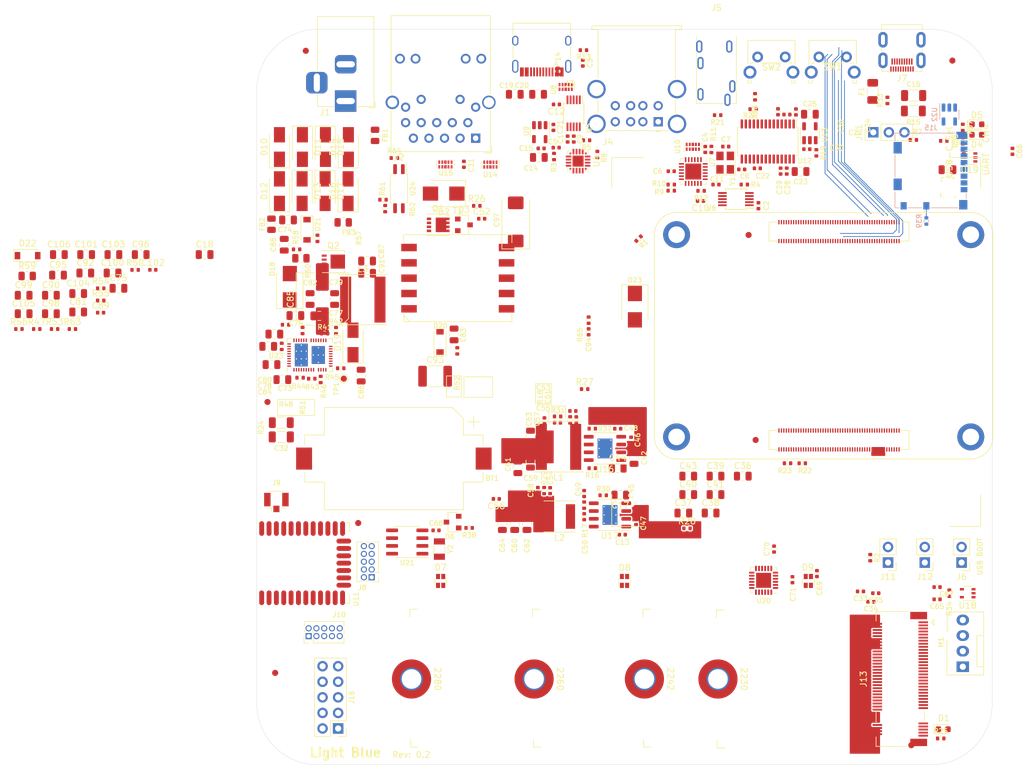
<source format=kicad_pcb>
(kicad_pcb (version 20210228) (generator pcbnew)
  (title_block (title "Light Blue PCB") (date "2021-04-22") (rev "0.2") (company "Nabu Casa") (comment 1 "www.nabucasa.com") (comment 2 "Light Blue"))
  (layers (0 "F.Cu" signal) (1 "In1.Cu" signal) (2 "In2.Cu" signal) (31 "B.Cu" signal) (34 "B.Paste" user) (35 "F.Paste" user) (36 "B.SilkS" user "B.Silkscreen") (37 "F.SilkS" user "F.Silkscreen") (38 "B.Mask" user) (39 "F.Mask" user) (44 "Edge.Cuts" user))
  (net 0 "")
  (net 1 "Net-(BT1-Pad1)")
  (net 2 "GND")
  (net 3 "+3V3")
  (net 4 "Net-(C7-Pad1)")
  (net 5 "Net-(C8-Pad1)")
  (net 6 "+5V")
  (net 7 "Earth")
  (net 8 "/USB/VBUS_{OUT}")
  (net 9 "GNDA")
  (net 10 "+3.3VA")
  (net 11 "Net-(C13-Pad1)")
  (net 12 "Net-(C26-Pad1)")
  (net 13 "Net-(C27-Pad1)")
  (net 14 "Net-(C27-Pad2)")
  (net 15 "Net-(C29-Pad2)")
  (net 16 "/Ethernet/ETH_SHLD")
  (net 17 "+3.3VP")
  (net 18 "+12V")
  (net 19 "Net-(C31-Pad2)")
  (net 20 "Net-(C50-Pad1)")
  (net 21 "Net-(C51-Pad1)")
  (net 22 "Net-(C52-Pad2)")
  (net 23 "Net-(C53-Pad1)")
  (net 24 "Net-(C48-Pad1)")
  (net 25 "Net-(C49-Pad1)")
  (net 26 "Net-(C53-Pad2)")
  (net 27 "+1V8")
  (net 28 "/SDCard/SD_+3V3")
  (net 29 "GND1")
  (net 30 "/PoE/VB")
  (net 31 "Net-(J2-Pad16)")
  (net 32 "Net-(J2-Pad18)")
  (net 33 "+48V")
  (net 34 "Net-(C54-Pad1)")
  (net 35 "Net-(C74-Pad1)")
  (net 36 "VSS")
  (net 37 "Net-(C54-Pad2)")
  (net 38 "Net-(C78-Pad1)")
  (net 39 "/PoE/VCC")
  (net 40 "Net-(J3-PadA5)")
  (net 41 "/PoE/CS")
  (net 42 "Net-(C55-Pad2)")
  (net 43 "/PoE/N1B")
  (net 44 "Net-(C56-Pad2)")
  (net 45 "Net-(C68-Pad1)")
  (net 46 "Net-(C74-Pad2)")
  (net 47 "Net-(C75-Pad2)")
  (net 48 "/PoE/CP")
  (net 49 "Net-(C89-Pad1)")
  (net 50 "Net-(C77-Pad2)")
  (net 51 "/PoE/FB")
  (net 52 "Net-(C83-Pad1)")
  (net 53 "Net-(D1-Pad1)")
  (net 54 "/PoE/DC_IN_F")
  (net 55 "/PoE/N1A")
  (net 56 "Net-(D4-Pad1)")
  (net 57 "Net-(D5-Pad1)")
  (net 58 "/PoE/V_{REG}")
  (net 59 "Net-(D6-Pad1)")
  (net 60 "Net-(D8-Pad1)")
  (net 61 "/Ethernet/VC1")
  (net 62 "/Ethernet/VC2")
  (net 63 "/Ethernet/VC3")
  (net 64 "/Ethernet/VC4")
  (net 65 "Net-(C92-Pad1)")
  (net 66 "Net-(C94-Pad1)")
  (net 67 "Net-(D21-Pad2)")
  (net 68 "Net-(D21-Pad1)")
  (net 69 "Net-(C94-Pad2)")
  (net 70 "Net-(D1-Pad2)")
  (net 71 "Net-(D7-Pad1)")
  (net 72 "Net-(D7-Pad2)")
  (net 73 "Net-(F1-Pad2)")
  (net 74 "Net-(FB1-Pad1)")
  (net 75 "/CM4/GPIO15")
  (net 76 "/CM4/GPIO14")
  (net 77 "/CM4/GPIO4")
  (net 78 "/CM4/GPIO3")
  (net 79 "/CM4/GPIO2")
  (net 80 "/CM4/HDMI.HPD")
  (net 81 "/CM4/HDMI.SDA")
  (net 82 "/CM4/HDMI.SCL")
  (net 83 "Net-(D7-Pad3)")
  (net 84 "/CM4/HDMI.CEC")
  (net 85 "/CM4/HDMI.CLK-")
  (net 86 "/CM4/HDMI.CLK+")
  (net 87 "/CM4/HDMI.D0-")
  (net 88 "/CM4/HDMI.D0+")
  (net 89 "/CM4/HDMI.D1-")
  (net 90 "/CM4/HDMI.D1+")
  (net 91 "/CM4/HDMI.D2-")
  (net 92 "/CM4/HDMI.D2+")
  (net 93 "/USB/VBUS_{IN}")
  (net 94 "Net-(D8-Pad2)")
  (net 95 "Net-(D8-Pad3)")
  (net 96 "/USB/USB-C.D-")
  (net 97 "/USB/USB-C.D+")
  (net 98 "Net-(D9-Pad1)")
  (net 99 "Net-(D9-Pad2)")
  (net 100 "/USB/USB0.D-")
  (net 101 "/USB/USB0.D+")
  (net 102 "/USB/USB1.D-")
  (net 103 "/USB/USB1.D+")
  (net 104 "/802.15.4 Radio/PTI_DATA")
  (net 105 "/802.15.4 Radio/PTI_FRAME")
  (net 106 "/802.15.4 Radio/Radio.SWCLK")
  (net 107 "/802.15.4 Radio/Radio.SWDIO")
  (net 108 "/802.15.4 Radio/Radio.SWO")
  (net 109 "Net-(D9-Pad3)")
  (net 110 "/802.15.4 Radio/Radio.~RESET")
  (net 111 "/802.15.4 Radio/RF_SIGNAL")
  (net 118 "/802.15.4 Radio/PC00")
  (net 119 "/802.15.4 Radio/PA04")
  (net 120 "/802.15.4 Radio/PA00")
  (net 124 "Net-(J3-PadB5)")
  (net 125 "/CM4/ETH.TD4-")
  (net 126 "/CM4/ETH.TD4+")
  (net 127 "/CM4/ETH.TD3-")
  (net 128 "/CM4/ETH.TD3+")
  (net 129 "/CM4/ETH.TD2-")
  (net 130 "/CM4/ETH.TD2+")
  (net 131 "/CM4/ETH.TD1-")
  (net 132 "/CM4/ETH.TD1+")
  (net 134 "Net-(J5-PadR1)")
  (net 137 "Net-(J5-PadT)")
  (net 138 "/CM4/PCIe.CLK+")
  (net 140 "/CM4/PCIe.CLK-")
  (net 141 "/CM4/PCIe.~CLKREQ")
  (net 142 "/CM4/PCIe.~RST")
  (net 143 "/CM4/PCIe.TX+")
  (net 145 "/CM4/PCIe.TX-")
  (net 146 "Net-(JP1-Pad1)")
  (net 147 "/CM4/PCIe.RX+")
  (net 148 "/CM4/PCIe.RX-")
  (net 175 "/CM4/SD.D0")
  (net 176 "/CM4/SD.CLK")
  (net 177 "/CM4/SD.CMD")
  (net 178 "/CM4/SD.D3")
  (net 179 "/CM4/SD.D1")
  (net 180 "/CM4/SD.D2")
  (net 181 "Net-(M1-Pad4)")
  (net 183 "Net-(Q2-Pad1)")
  (net 184 "Net-(R1-Pad2)")
  (net 186 "/USB/MUX2_SEL")
  (net 187 "/CM4/CM4_DBG.RX")
  (net 189 "Net-(R9-Pad2)")
  (net 190 "Net-(R10-Pad2)")
  (net 191 "Net-(R11-Pad2)")
  (net 194 "/CM4/ETH.LED_GREEN")
  (net 195 "/CM4/ETH.LED_YELLOW")
  (net 196 "/CM4/~LED_ACT")
  (net 198 "/CM4/~SW_USER")
  (net 199 "/CM4/SD.DET")
  (net 203 "Net-(R41-Pad2)")
  (net 204 "Net-(R42-Pad2)")
  (net 205 "/PoE/LINEUV")
  (net 207 "Net-(J15-Pad9)")
  (net 208 "Net-(R3-Pad2)")
  (net 209 "/PoE/COMP")
  (net 210 "Net-(R12-Pad2)")
  (net 211 "/CM4/RUN_PG")
  (net 212 "/CM4/~RPI_BOOT")
  (net 213 "/CM4/GLOBAL_EN")
  (net 214 "Net-(TP1-Pad1)")
  (net 261 "/CM4/CM4_USB_D+")
  (net 263 "/CM4/CM4_USB_D-")
  (net 264 "/CM4/CM4_USB_OTG_ID")
  (net 265 "/CM4/~EXTRST")
  (net 268 "/CM4/~LED_PWR")
  (net 273 "/CM4/~FAN_PWM")
  (net 274 "/PoE/APD")
  (net 275 "/CM4/SD.PWR")
  (net 282 "/Audio/I2S.CLK")
  (net 283 "/SCL")
  (net 284 "/SDA")
  (net 285 "/802.15.4 Radio/Radio.CTS")
  (net 286 "/802.15.4 Radio/Radio.RXD")
  (net 287 "/802.15.4 Radio/Radio.TXD")
  (net 288 "/802.15.4 Radio/Radio.RTS")
  (net 292 "/CM4/CM4_DBG.TX")
  (net 295 "/Audio/I2S.FS")
  (net 296 "/Audio/I2S.DIN")
  (net 300 "Net-(R20-Pad1)")
  (net 301 "Net-(R21-Pad1)")
  (net 302 "Net-(R27-Pad1)")
  (net 303 "Net-(R28-Pad1)")
  (net 304 "Net-(R35-Pad2)")
  (net 305 "Net-(R43-Pad2)")
  (net 306 "Net-(R45-Pad2)")
  (net 307 "/USB/CP.D-")
  (net 308 "/USB/CP.D+")
  (net 309 "Net-(R46-Pad2)")
  (net 310 "/USB/OTG.D+")
  (net 311 "/USB/OTG.D-")
  (net 312 "Net-(R64-Pad1)")
  (net 313 "/USB/HUB.D+")
  (net 314 "/USB/HUB.D-")
  (net 315 "Net-(R50-Pad1)")
  (net 316 "/PoE/DTHR")
  (net 317 "Net-(R51-Pad1)")
  (net 318 "Net-(R59-Pad2)")
  (net 319 "/USB/~USB_OC")
  (net 320 "Net-(R61-Pad1)")
  (net 321 "/USB/USB_PWR_EN")
  (net 323 "/802.15.4 Radio/~LED_RADIO")
  (net 346 "Net-(U21-Pad1)")
  (net 347 "Net-(U21-Pad2)")
  (net 366 "/802.15.4 Radio/PB00")
  (net 367 "/CM4/RESET_CM4")
  (net 368 "Net-(JP1-Pad3)")
  (net 369 "/802.15.4 Radio/Radio.~BOOT")
  (net 370 "/CM4/~SW_WIPE")
  (footprint "Fiducial:Fiducial_1mm_Mask2mm" (layer "F.Cu") (at 110.25 63.55)
    (fp_text reference "FID7" hide)
    (fp_text value "Fiducial")
  )
  (footprint "Capacitor_SMD:C_0402_1005Metric" (layer "F.Cu") (at 141 121)
    (fp_text reference "C67")
    (fp_text value "100n/25v")
  )
  (footprint "Capacitor_SMD:C_0402_1005Metric" (layer "F.Cu") (at 77.865 105.27 -90)
    (fp_text reference "C54")
    (fp_text value "100n")
  )
  (footprint "Resistor_SMD:R_0402_1005Metric" (layer "F.Cu") (at 81.135 93.72 90)
    (fp_text reference "R18")
    (fp_text value "10k")
  )
  (footprint "Capacitor_SMD:C_0402_1005Metric" (layer "F.Cu") (at 153.3 49.9 -90)
    (fp_text reference "C66")
    (fp_text value "100n")
  )
  (footprint "Capacitor_SMD:C_0402_1005Metric" (layer "F.Cu") (at 78.4 46 -90)
    (fp_text reference "C21")
    (fp_text value "100n")
  )
  (footprint "LightBlue:SiliconLabs_MGM210P" (layer "F.Cu") (at 37.5 117.1 90)
    (fp_text reference "U11")
    (fp_text value "SiliconLabs-MGM210P")
  )
  (footprint "Capacitor_SMD:C_0402_1005Metric" (layer "F.Cu") (at 78.85 49.3 180)
    (fp_text reference "C5")
    (fp_text value "1u")
  )
  (footprint "Diode_SMD:D_SMA" (layer "F.Cu") (at 44.95 49.2 90)
    (fp_text reference "D14")
    (fp_text value "B1100-13-F")
  )
  (footprint "Capacitor_SMD:C_0402_1005Metric" (layer "F.Cu") (at 76.935 93.88 90)
    (fp_text reference "C57")
    (fp_text value "100n")
  )
  (footprint "Resistor_SMD:R_0402_1005Metric" (layer "F.Cu") (at 50.6 57.8 180)
    (fp_text reference "R61")
    (fp_text value "22k")
  )
  (footprint "Capacitor_SMD:C_0805_2012Metric" (layer "F.Cu") (at 35.1 61.1)
    (fp_text reference "C74")
    (fp_text value "1n/100V")
  )
  (footprint "Capacitor_SMD:C_0402_1005Metric" (layer "F.Cu") (at 103.175 49.6 90)
    (fp_text reference "C4")
    (fp_text value "100n")
  )
  (footprint "Diode_SMD:D_SMA" (layer "F.Cu") (at 44.9 56.4 90)
    (fp_text reference "D16")
    (fp_text value "B1100-13-F")
  )
  (footprint "Capacitor_SMD:C_0805_2012Metric" (layer "F.Cu") (at 7.43 72.25)
    (fp_text reference "C75")
    (fp_text value "1n/100V")
  )
  (footprint "Capacitor_SMD:C_0805_2012Metric" (layer "F.Cu") (at -3.59 76.4)
    (fp_text reference "C98")
    (fp_text value "22u/25V")
  )
  (footprint "Resistor_SMD:R_0402_1005Metric" (layer "F.Cu") (at 41.07 79.6275 180)
    (fp_text reference "R41")
    (fp_text value "25k5/1%")
  )
  (footprint "Package_SO:MSOP-10_3x3mm_P0.5mm" (layer "F.Cu") (at 81.7 43.7 -90)
    (fp_text reference "U5")
    (fp_text value "FSUSB42MUX")
  )
  (footprint "Package_DFN_QFN:SiliconLabs_QFN-20-1EP_3x3mm_P0.5mm_EP1.8x1.8mm" (layer "F.Cu") (at 82.425 51.5 -90)
    (fp_text reference "U4")
    (fp_text value "CP2102N-Axx-xQFN20")
  )
  (footprint "Capacitor_SMD:C_0805_2012Metric" (layer "F.Cu") (at 91.555 99.94 -90)
    (fp_text reference "C42")
    (fp_text value "22u/25V")
  )
  (footprint "Resistor_SMD:R_0402_1005Metric" (layer "F.Cu") (at 38.97 87 180)
    (fp_text reference "R43")
    (fp_text value "60k4/1%")
  )
  (footprint "Resistor_SMD:R_0402_1005Metric" (layer "F.Cu") (at 50.95 59.25 -90)
    (fp_text reference "R62")
    (fp_text value "22k")
  )
  (footprint "Resistor_SMD:R_0805_2012Metric" (layer "F.Cu") (at 49.3 47.3 -90)
    (fp_text reference "FB1")
    (fp_text value "300R/3A")
  )
  (footprint "LightBlue:PG-TSDSON-8" (layer "F.Cu") (at 42.5 67.9)
    (fp_text reference "Q2")
    (fp_text value "BSZ440N10NS3GATMA1")
  )
  (footprint "Resistor_SMD:R_1206_3216Metric" (layer "F.Cu") (at 34 94.175)
    (fp_text reference "R24")
    (fp_text value "0R")
  )
  (footprint "Resistor_SMD:R_0402_1005Metric" (layer "F.Cu") (at 10.15 69.25)
    (fp_text reference "R50")
    (fp_text value "0R")
  )
  (footprint "Capacitor_SMD:C_0402_1005Metric" (layer "F.Cu") (at 76.4 49.425)
    (fp_text reference "C15")
    (fp_text value "100n")
  )
  (footprint "Capacitor_SMD:C_0805_2012Metric" (layer "F.Cu") (at -2.29 66.75)
    (fp_text reference "C106")
    (fp_text value "22u/25V")
  )
  (footprint "Resistor_SMD:R_0805_2012Metric" (layer "F.Cu") (at -7.46 70.24)
    (fp_text reference "R59")
    (fp_text value "3R9/1%")
  )
  (footprint "Capacitor_SMD:C_0805_2012Metric" (layer "F.Cu") (at -8.04 76.4)
    (fp_text reference "C105")
    (fp_text value "22u/25V")
  )
  (footprint "Capacitor_SMD:C_0805_2012Metric" (layer "F.Cu") (at 72.1 40.6 180)
    (fp_text reference "C19")
    (fp_text value "10u")
  )
  (footprint "Capacitor_SMD:C_1206_3216Metric" (layer "F.Cu") (at 137.175 40.8)
    (fp_text reference "C16")
    (fp_text value "100n/1kV")
  )
  (footprint "Capacitor_SMD:C_0402_1005Metric" (layer "F.Cu") (at 116.475 53.125 90)
    (fp_text reference "C29")
    (fp_text value "100n")
  )
  (footprint "Capacitor_SMD:C_0805_2012Metric" (layer "F.Cu") (at 6.47 69.76)
    (fp_text reference "C100")
    (fp_text value "22u/25V")
  )
  (footprint "Capacitor_SMD:C_0805_2012Metric" (layer "F.Cu") (at 48 67.8 180)
    (fp_text reference "C87")
    (fp_text value "2u2/100V")
  )
  (footprint "Resistor_SMD:R_0402_1005Metric" (layer "F.Cu") (at 143 122 90)
    (fp_text reference "R34")
    (fp_text value "10k")
  )
  (footprint "Package_SO:HTSOP-8-1EP_3.9x4.9mm_P1.27mm_EP2.4x3.2mm_ThermalVias" (layer "F.Cu") (at 86.815 98.38 180)
    (fp_text reference "U16")
    (fp_text value "BD9D321EFJ")
  )
  (footprint "Capacitor_SMD:C_0805_2012Metric" (layer "F.Cu") (at 104.05 108.92)
    (fp_text reference "C38")
    (fp_text value "22u/25V")
  )
  (footprint "LED_SMD:LED_LiteOn_LTST-C19HE1WT" (layer "F.Cu") (at 120 120)
    (fp_text reference "D9")
    (fp_text value "LTST-C19HE1WT")
  )
  (footprint "Capacitor_SMD:C_0805_2012Metric" (layer "F.Cu") (at 104.85 105.91)
    (fp_text reference "C41")
    (fp_text value "22u/25V")
  )
  (footprint "Connector:FanPinHeader_1x04_P2.54mm_Vertical" (layer "F.Cu") (at 145.2 134 90)
    (fp_text reference "M1")
    (fp_text value "Fan_4pin")
  )
  (footprint "Resistor_SMD:R_0402_1005Metric" (layer "F.Cu") (at 83.5 88.7)
    (fp_text reference "R27")
    (fp_text value "0R")
  )
  (footprint "Resistor_SMD:R_0402_1005Metric" (layer "F.Cu") (at 100.2 111.42)
    (fp_text reference "R28")
    (fp_text value "0R")
  )
  (footprint "Fiducial:Fiducial_1mm_Mask2mm" (layer "F.Cu") (at 136.8 146.8)
    (fp_text reference "FID5" hide)
    (fp_text value "Fiducial")
  )
  (footprint "Capacitor_SMD:C_0402_1005Metric" (layer "F.Cu") (at 109.125 52.85)
    (fp_text reference "C8")
    (fp_text value "18p")
  )
  (footprint "Capacitor_SMD:C_0402_1005Metric" (layer "F.Cu") (at 4.52 76.23)
    (fp_text reference "C89")
    (fp_text value "1n/25V")
  )
  (footprint "Resistor_SMD:R_0402_1005Metric" (layer "F.Cu") (at -8.81 78.9)
    (fp_text reference "R56")
    (fp_text value "3k3")
  )
  (footprint "Resistor_SMD:R_0402_1005Metric" (layer "F.Cu") (at 76.885 105.26 -90)
    (fp_text reference "R29")
    (fp_text value "124k/1%")
  )
  (footprint "Inductor_SMD:L_Taiyo-Yuden_NR-80xx" (layer "F.Cu") (at 79.235 98.12 180)
    (fp_text reference "L1")
    (fp_text value "3u3")
  )
  (footprint "Capacitor_SMD:C_0805_2012Metric" (layer "F.Cu") (at 6.61 66.75)
    (fp_text reference "C103")
    (fp_text value "22u/25V")
  )
  (footprint "Connector_USB:USB_C_Receptacle_HRO_TYPE-C-31-M-12" (layer "F.Cu") (at 76.5 32.9 180)
    (fp_text reference "J3")
    (fp_text value "USB_C_Receptacle_USB2.0")
  )
  (footprint "Resistor_SMD:R_0402_1005Metric" (layer "F.Cu") (at 36.5 65.9)
    (fp_text reference "R58")
    (fp_text value "2k2")
  )
  (footprint "Capacitor_SMD:C_0402_1005Metric" (layer "F.Cu") (at 117.4 119.8 90)
    (fp_text reference "C71")
    (fp_text value "100n")
  )
  (footprint "Capacitor_SMD:C_0805_2012Metric" (layer "F.Cu") (at 75.9 40.6)
    (fp_text reference "C20")
    (fp_text value "10u")
  )
  (footprint "LED_SMD:LED_0603_1608Metric" (layer "F.Cu") (at 142 144.2)
    (fp_text reference "D1")
    (fp_text value "LED_Small")
  )
  (footprint "Package_TO_SOT_SMD:SOT-23-5" (layer "F.Cu") (at 120.25 46.95 90)
    (fp_text reference "U13")
    (fp_text value "TLV74033PDBVR")
  )
  (footprint "Capacitor_SMD:C_1206_3216Metric" (layer "F.Cu") (at 34 96.5 180)
    (fp_text reference "C32")
    (fp_text value "100n/1kV")
  )
  (footprint "Capacitor_SMD:C_0805_2012Metric" (layer "F.Cu") (at 32.87 79.7275 180)
    (fp_text reference "C80")
    (fp_text value "100n/100V")
  )
  (footprint "Capacitor_SMD:C_1812_4532Metric" (layer "F.Cu") (at 59.1 86.6)
    (fp_text reference "C93")
    (fp_text value "2n2/2kV")
  )
  (footprint "Capacitor_SMD:C_0402_1005Metric" (layer "F.Cu") (at 128.51 121.71 180)
    (fp_text reference "C33")
    (fp_text value "100n")
  )
  (footprint "Capacitor_SMD:C_0402_1005Metric" (layer "F.Cu") (at 89.645 112.45)
    (fp_text reference "C13")
    (fp_text value "1u")
  )
  (footprint "Capacitor_SMD:C_0805_2012Metric" (layer "F.Cu") (at 34.18125 87.15 180)
    (fp_text reference "C73")
    (fp_text value "2n2/100V")
  )
  (footprint "Capacitor_SMD:C_0402_1005Metric" (layer "F.Cu") (at 91.075 97.03 90)
    (fp_text reference "C46")
    (fp_text value "100n/25V")
  )
  (footprint "Resistor_SMD:R_0402_1005Metric" (layer "F.Cu") (at 97.625 56.325)
    (fp_text reference "R9")
    (fp_text value "10k")
  )
  (footprint "Capacitor_SMD:C_Elec_8x10.2" (layer "F.Cu") (at 40.7 74 90)
    (fp_text reference "C85")
    (fp_text value "47u/63V")
  )
  (footprint "Capacitor_SMD:C_0402_1005Metric" (layer "F.Cu") (at 111.85 58.775 90)
    (fp_text reference "C2")
    (fp_text value "100n")
  )
  (footprint "Capacitor_SMD:C_0402_1005Metric" (layer "F.Cu") (at 106.525 49.125)
    (fp_text reference "C7")
    (fp_text value "18p")
  )
  (footprint "Resistor_SMD:R_0402_1005Metric" (layer "F.Cu") (at 86.525 106.03 180)
    (fp_text reference "R30")
    (fp_text value "22k/1%")
  )
  (footprint "Capacitor_SMD:C_0805_2012Metric" (layer "F.Cu") (at 2.16 66.75)
    (fp_text reference "C101")
    (fp_text value "22u/25V")
  )
  (footprint "Diode_SMD:D_SOD-123" (layer "F.Cu") (at -7.39 66.92)
    (fp_text reference "D22")
    (fp_text value "BAT41ZFILM")
  )
  (footprint "Capacitor_SMD:C_0402_1005Metric" (layer "F.Cu") (at 83.2 35.5 -90)
    (fp_text reference "C3")
    (fp_text value "100n")
  )
  (footprint "Capacitor_SMD:C_0805_2012Metric" (layer "F.Cu") (at 42.7 74 90)
    (fp_text reference "C79")
    (fp_text value "100n/100V")
  )
  (footprint "Crystal:Crystal_SMD_3225-4Pin_3.2x2.5mm" (layer "F.Cu") (at 106.425 51.75 90)
    (fp_text reference "Y1")
    (fp_text value "24MHz")
  )
  (footprint "Capacitor_SMD:C_0805_2012Metric" (layer "F.Cu") (at 0.86 73.11)
    (fp_text reference "C104")
    (fp_text value "22u/25V")
  )
  (footprint "Resistor_SMD:R_0402_1005Metric" (layer "F.Cu") (at 34.07 81.73 -90)
    (fp_text reference "R49" hide)
    (fp_text value "10k")
  )
  (footprint "Capacitor_SMD:C_0805_2012Metric" (layer "F.Cu") (at 62.19 79.78 -90)
    (fp_text reference "C83")
    (fp_text value "15n/100V")
  )
  (footprint "TestPoint:TestPoint_Pad_D1.0mm" (layer "F.Cu") (at 44.2 87 90)
    (fp_text reference "TP1")
    (fp_text value "TestPoint")
  )
  (footprint "Capacitor_SMD:C_0805_2012Metric" (layer "F.Cu") (at 100.4 102.9)
    (fp_text reference "C43")
    (fp_text value "22u/25V")
  )
  (footprint "Package_DFN_QFN:WQFN-24-1EP_4x4mm_P0.5mm_EP2.45x2.45mm" (layer "F.Cu") (at 112.7 119.9 180)
    (fp_text reference "U20")
    (fp_text value "LP5569RTWR")
  )
  (footprint "Resistor_SMD:R_0402_1005Metric" (layer "F.Cu") (at 42.93 79.16 -90)
    (fp_text reference "R42")
    (fp_text value "31R6/1%")
  )
  (footprint "Package_SON:USON-10_2.5x1.0mm_P0.5mm" (layer "F.Cu") (at 60.78 52.05 -90)
    (fp_text reference "U15")
    (fp_text value "TPD4EUSB30")
  )
  (footprint "LED_SMD:LED_0603_1608Metric" (layer "F.Cu") (at 147.5 45.5)
    (fp_text reference "D5")
    (fp_text value "LED Green")
  )
  (footprint "Capacitor_SMD:C_0402_1005Metric" (layer "F.Cu") (at 66.7 60.9)
    (fp_text reference "C52")
    (fp_text value "100n")
  )
  (footprint "Capacitor_SMD:C_0805_2012Metric" (layer "F.Cu") (at -2.43 70.1)
    (fp_text reference "C95")
    (fp_text value "22u/25V")
  )
  (footprint "Capacitor_SMD:C_0805_2012Metric" (layer "F.Cu") (at 89.315 105.99 180)
    (fp_text reference "C17")
    (fp_text value "47u")
  )
  (footprint "Capacitor_SMD:C_0402_1005Metric" (layer "F.Cu") (at 63.8 52.02 90)
    (fp_text reference "C31")
    (fp_text value "100n")
  )
  (footprint "Capacitor_SMD:C_0402_1005Metric" (layer "F.Cu") (at 79.065 94.19 180)
    (fp_text reference "C55")
    (fp_text value "10p")
  )
  (footprint "Fiducial:Fiducial_1mm_Mask2mm" (layer "F.Cu") (at 38 33.5 90)
    (fp_text reference "FID1" hide)
    (fp_text value "Fiducial")
  )
  (footprint "Resistor_SMD:R_0402_1005Metric" (layer "F.Cu") (at 34.7 78.2 180)
    (fp_text reference "R48")
    (fp_text value "110k")
  )
  (footprint "Capacitor_SMD:C_0402_1005Metric" (layer "F.Cu") (at 82.135 93.71 90)
    (fp_text reference "C51")
    (fp_text value "3n3")
  )
  (footprint "Capacitor_SMD:C_0402_1005Metric" (layer "F.Cu") (at 91.885 110.33 -90)
    (fp_text reference "C47")
    (fp_text value "100n/25V")
  )
  (footprint "Fiducial:Fiducial_1mm_Mask2mm" (layer "F.Cu") (at 33 135)
    (fp_text reference "FID8" hide)
    (fp_text value "Fiducial")
  )
  (footprint "LightBlue:RJ45_LINK-PP_LPJG0926HENL_Horizontal" (layer "F.Cu") (at 65.715 47.76 180)
    (fp_text reference "J2")
    (fp_text value "RJ45_LINK-PP_LPJG0926HENL_Horizontal")
  )
  (footprint "Connector_PinHeader_2.54mm:PinHeader_1x03_P2.54mm_Vertical" (layer "F.Cu") (at 130.6 46.8 90)
    (fp_text reference "JP1")
    (fp_text value "JP_USB_DEVICE_SEL")
  )
  (footprint "Capacitor_SMD:C_0402_1005Metric" (layer "F.Cu") (at 81.575 92.27)
    (fp_text reference "C53")
    (fp_text value "100n")
  )
  (footprint "Resistor_SMD:R_0402_1005Metric" (layer "F.Cu") (at 83.8 48.1 180)
    (fp_text reference "R5")
    (fp_text value "3k6")
  )
  (footprint "Resistor_SMD:R_0402_1005Metric" (layer "F.Cu") (at 84.745 95.15 180)
    (fp_text reference "R32")
    (fp_text value "22k/1%")
  )
  (footprint "Capacitor_SMD:C_0805_2012Metric" (layer "F.Cu") (at 21.49 66.75)
    (fp_text reference "C18")
    (fp_text value "47u")
  )
  (footprint "LED_SMD:LED_LiteOn_LTST-C19HE1WT" (layer "F.Cu") (at 60 120)
    (fp_text reference "D7")
    (fp_text value "LTST-C19HE1WT")
  )
  (footprint "Capacitor_SMD:C_0805_2012Metric" (layer "F.Cu") (at 74.665 100.54 -90)
    (fp_text reference "C59")
    (fp_text value "10u")
  )
  (footprint "Package_SON:Diodes_PowerDI3333-8" (layer "F.Cu") (at 59.6 61.9)
    (fp_text reference "Q1")
    (fp_text value "DMP3013SFV-7")
  )
  (footprint "Capacitor_SMD:C_0402_1005Metric" (layer "F.Cu") (at 104.925 55.325)
    (fp_text reference "C11")
    (fp_text value "100n")
  )
  (footprint "Capacitor_SMD:C_0402_1005Metric" (layer "F.Cu") (at 88.895 95.16 180)
    (fp_text reference "C48")
    (fp_text value "1u/25V")
  )
  (footprint "Connector_PinHeader_2.54mm:PinHeader_2x05_P2.54mm_Vertical" (layer "F.Cu") (at 43.275 144.075 180)
    (fp_text reference "J16")
    (fp_text value "Conn_02x05_Odd_Even")
  )
  (footprint "Capacitor_SMD:C_0805_2012Metric" (layer "F.Cu") (at 0.86 76.12)
    (fp_text reference "C81")
    (fp_text value "220p/100V")
  )
  (footprint "Resistor_SMD:R_0402_1005Metric" (layer "F.Cu") (at 79.125 36.85 90)
    (fp_text reference "R14")
    (fp_text value "5k1")
  )
  (footprint "Capacitor_SMD:C_0805_2012Metric" (layer "F.Cu") (at 118.725 53.2 180)
    (fp_text reference "C23")
    (fp_text value "10u")
  )
  (footprint "Capacitor_SMD:C_0402_1005Metric" (layer "F.Cu") (at 83.415 105.74 90)
    (fp_text reference "C49")
    (fp_text value "1u/25V")
  )
  (footprint "Diode_SMD:D_SOT-23_ANK" (layer "F.Cu") (at 63.8 61.9)
    (fp_text reference "D3")
    (fp_text value "MMBZ5242BLT3G")
  )
  (footprint "Capacitor_SMD:C_0402_1005Metric" (layer "F.Cu") (at 131 122 180)
    (fp_text reference "C35")
    (fp_text value "100n")
  )
  (footprint "Capacitor_SMD:C_0805_2012Metric" (layer "F.Cu") (at 40.2 76.75)
    (fp_text reference "C77")
    (fp_text value "47n/100V")
  )
  (footprint "Capacitor_SMD:C_0402_1005Metric" (layer "F.Cu") (at 59.25 111.75)
    (fp_text reference "C68")
    (fp_text value "100n")
  )
  (footprint "Package_SON:USON-10_2.5x1.0mm_P0.5mm" (layer "F.Cu") (at 101.15 49.165 90)
    (fp_text reference "U10")
    (fp_text value "TPD4EUSB30")
  )
  (footprint "Crystal:Crystal_SMD_3215-2Pin_3.2x1.5mm" (layer "F.Cu") (at 59.8 114.8 -90)
    (fp_text reference "Y2")
    (fp_text value "X32K768S301")
  )
  (footprint "Resistor_SMD:R_0805_2012Metric" (layer "F.Cu") (at 32.4 61.8 -90)
    (fp_text reference "FB2")
    (fp_text value "300R/2A")
  )
  (footprint "MountingHole:MountingHole_2.7mm_M2.5" (layer "F.Cu") (at 33 140)
    (fp_text reference "H4" hide)
    (fp_text value "MountingHole")
  )
  (footprint "Capacitor_SMD:C_0402_1005Metric" (layer "F.Cu") (at 102.4 58 180)
    (fp_text reference "C10")
    (fp_text value "4u7")
  )
  (footprint "Package_TO_SOT_SMD:SOT-353_SC-70-5" (layer "F.Cu") (at 146.3 50.9 180)
    (fp_text reference "U19")
    (fp_text value "74LVC1G07")
  )
  (footprint "Button_Switch_THT:SW_Tactile_SPST_Angled_PTS645Vx58-2LFS" (layer "F.Cu") (at 111.725 34.5)
    (fp_text reference "SW2")
    (fp_text value "SW_WIPE")
  )
  (footprint "Capacitor_SMD:C_0805_2012Metric" (layer "F.Cu") (at 72.085 110.73 -90)
    (fp_text reference "C60")
    (fp_text value "10u")
  )
  (footprint "Resistor_SMD:R_0402_1005Metric" (layer "F.Cu") (at 142.1 48.2 180)
    (fp_text reference "R6")
    (fp_text value "2k2/1%")
  )
  (footprint "Resistor_SMD:R_0402_1005Metric" (layer "F.Cu") (at 141.6 145.7)
    (fp_text reference "R25")
    (fp_text value "1k")
  )
  (footprint "Package_SO:HTSOP-8-1EP_3.9x4.9mm_P1.27mm_EP2.4x3.2mm_ThermalVias" (layer "F.Cu") (at 87.635 109.23 180)
    (fp_text reference "U17")
    (fp_text value "BD9D321EFJ")
  )
  (footprint "Inductor_SMD:L_Taiyo-Yuden_NR-50xx" (layer "F.Cu") (at 79.385 109.49 180)
    (fp_text reference "L2")
    (fp_text value "2u2")
  )
  (footprint "LightBlue:TE_1-2199230-3_Bus_M.2_M_H4.2mm_P0.5mm_2280_Horizontal" (layer "F.Cu") (at 135 136 -90)
    (fp_text reference "J13")
    (fp_text value "Bus_M.2_Socket_M")
  )
  (footprint "Resistor_SMD:R_0402_1005Metric" (layer "F.Cu") (at 83.415 107.63 -90)
    (fp_text reference "R17")
    (fp_text value "10k")
  )
  (footprint "Capacitor_SMD:C_0805_2012Metric" (layer "F.Cu") (at 36.3 76.7)
    (fp_text reference "C76")
    (fp_text value "1n/100V")
  )
  (footprint "Capacitor_SMD:C_0402_1005Metric" (layer "F.Cu") (at 80.725 47.9 90)
    (fp_text reference "C1")
    (fp_text value "100n")
  )
  (footprint "Resistor_SMD:R_0402_1005Metric" (layer "F.Cu") (at 116.6 100.8 180)
    (fp_text reference "R23")
    (fp_text value "470R")
  )
  (footprint "Capacitor_SMD:C_0805_2012Metric" (layer "F.Cu") (at 31.87 81.7275 180)
    (fp_text reference "C78")
    (fp_text value "100n/100V")
  )
  (footprint "Capacitor_SMD:C_0402_1005Metric" (layer "F.Cu") (at 116.5 43.9 180)
    (fp_text reference "C27")
    (fp_text value "2u2/25V")
  )
  (footprint "Capacitor_SMD:C_0805_2012Metric" (layer "F.Cu") (at 120.25 43.85)
    (fp_text reference "C25")
    (fp_text value "10u")
  )
  (footprint "Resistor_SMD:R_1206_3216Metric" (layer "F.Cu") (at 137.135 43.32 180)
    (fp_text reference "R15")
    (fp_text value "0R")
  )
  (footprint "Diode_SMD:D_SMA" (layer "F.Cu") (at 45.7 81.09 90)
    (fp_text reference "D19")
    (fp_text value "B1100-13-F")
  )
  (footprint "Capacitor_SMD:C_0805_2012Metric" (layer "F.Cu") (at 48 69.8 180)
    (fp_text reference "C91")
    (fp_text value "2u2/100V")
  )
  (footprint "Capacitor_SMD:C_0402_1005Metric" (layer "F.Cu") (at 130.2 123.4 180)
    (fp_text reference "C34")
    (fp_text value "100n")
  )
  (footprint "Connector_PinHeader_2.54mm:PinHeader_1x02_P2.54mm_Vertical" (layer "F.Cu") (at 145 117 180)
    (fp_text reference "J6")
    (fp_text value "Conn_01x02")
  )
  (footprint "Resistor_SMD:R_0402_1005Metric" (layer "F.Cu") (at 79.085 93.16 180)
    (fp_text reference "R31")
    (fp_text value "75k/1%")
  )
  (footprint "LightBlue:Texas_VQFN-47-2EP_5x7mm_P0.4mm_ThermalVias" (layer "F.Cu") (at 38.67 83.14 90)
    (fp_text reference "U23")
    (fp_text value "TPS23734")
  )
  (footprint "Resistor_SMD:R_0402_1005Metric" (layer "F.Cu") (at 84.745 101.6 180)
    (fp_text reference "R16")
    (fp_text value "1k")
  )
  (footprint "Capacitor_SMD:C_0805_2012Metric" (layer "F.Cu") (at 109.3 102.9)
    (fp_text reference "C36")
    (fp_text value "22u/25V")
  )
  (footprint "Resistor_SMD:R_0402_1005Metric" (layer "F.Cu") (at 142.8 55.8 180)
    (fp_text reference "R40")
    (fp_text value "10k")
  )
  (footprint "Capacitor_SMD:C_0805_2012Metric" (layer "F.Cu") (at 100.4 105.91)
    (fp_text reference "C40")
    (fp_text value "22u/25V")
  )
  (footprint "Capacitor_SMD:C_0805_2012Metric" (layer "F.Cu") (at 34.48 65.14 -90)
    (fp_text reference "C88")
    (fp_text value "100p/100V")
  )
  (footprint "Capacitor_SMD:C_0805_2012Metric" (layer "F.Cu") (at 74.095 110.73 -90)
    (fp_text reference "C62")
    (fp_text value "47u")
  )
  (footprint "Capacitor_SMD:C_0402_1005Metric" (layer "F.Cu") (at 81.725 47.9 90)
    (fp_text reference "C9")
    (fp_text value "4u7")
  )
  (footprint "Fiducial:Fiducial_1mm_Mask2mm" (layer "F.Cu") (at 31.75 90.8 90)
    (fp_text reference "FID4" hide)
    (fp_text value "Fiducial")
  )
  (footprint "Connector_USB:USB_A_Wuerth_61400826021_Horizontal_Stacked" (layer "F.Cu") (at 95.5 45.08 180)
    (fp_text reference "J4")
    (fp_text value "USB_A_Stacked")
  )
  (footprint "Resistor_SMD:R_0402_1005Metric" (layer "F.Cu") (at 145.2 48.2 -90)
    (fp_text reference "R35")
    (fp_text value "1k")
  )
  (footprint "Connector_PinHeader_2.54mm:PinHeader_1x02_P2.54mm_Vertical" (layer "F.Cu") (at 139 117 180)
    (fp_text reference "J12")
    (fp_text value "Conn_01x02")
  )
  (footprint "Resistor_SMD:R_0402_1005Metric" (layer "F.Cu") (at 40.43 87.13 90)
    (fp_text reference "R46")
    (fp_text value "0R")
  )
  (footprint "Fiducial:Fiducial_1mm_Mask2mm" (layer "F.Cu") (at 143.5 35.1)
    (fp_text reference "FID2" hide)
    (fp_text value "Fiducial")
  )
  (footprint "Connector_PinHeader_1.27mm:PinHeader_2x05_P1.27mm_Vertical" (layer "F.Cu") (at 38.46 129 90)
    (fp_text reference "J10")
    (fp_text value "Conn_02x04_Odd_Even")
  )
  (footprint "Capacitor_SMD:C_0402_1005Metric" (layer "F.Cu") (at 119.75 49.55)
    (fp_text reference "C30")
    (fp_text value "100n")
  )
  (footprint "Capacitor_SMD:C_0805_2012Metric" (layer "F.Cu") (at 142.7 52.9 180)
    (fp_text reference "C72")
    (fp_text value "10u")
  )
  (footprint "Capacitor_SMD:C_0402_1005Metric" (layer "F.Cu") (at 69.085 106.62 180)
    (fp_text reference "C56")
    (fp_text value "10p")
  )
  (footprint "Resistor_SMD:R_0402_1005Metric" (layer "F.Cu") (at 52.45 51)
    (fp_text reference "R64")
    (fp_text value "22k")
  )
  (footprint "Capacitor_SMD:C_0402_1005Metric" (layer "F.Cu") (at 115.475 53.125 -90)
    (fp_text reference "C28")
    (fp_text value "100n")
  )
  (footprint "Resistor_SMD:R_0402_1005Metric" (layer "F.Cu") (at 62.71 82.46 -90)
    (fp_text reference "R52")
    (fp_text value "39k")
  )
  (footprint "Resistor_SMD:R_0402_1005Metric" (layer "F.Cu") (at 104.175 49.6 -90)
    (fp_text reference "R11")
    (fp_text value "12k/1%")
  )
  (footprint "Resistor_SMD:R_0402_1005Metric" (layer "F.Cu") (at 37.47 79.14 90)
    (fp_text reference "R51")
    (fp_text value "499k")
  )
  (footprint "Capacitor_SMD:C_0805_2012Metric" (layer "F.Cu") (at 88.895 101.6)
    (fp_text reference "C44")
    (fp_text value "10u/25V")
  )
  (footprint "Fiducial:Fiducial_1mm_Mask2mm" (layer "F.Cu") (at 111.4 97)
    (fp_text reference "FID6" hide)
    (fp_text value "Fiducial")
  )
  (footprint "Resistor_SMD:R_0402_1005Metric" (layer "F.Cu") (at 43.7 85.3 180)
    (fp_text reference "R45")
    (fp_text value "49k9/1%")
  )
  (footprint "Capacitor_SMD:C_0805_2012Metric" (layer "F.Cu") (at 70.075 110.73 -90)
    (fp_text reference "C64")
    (fp_text value "47u")
  )
  (footprint "Resistor_SMD:R_0402_1005Metric" (layer "F.Cu") (at 102.5 56.35 180)
    (fp_text reference "R12")
    (fp_text value "10k")
  )
  (footprint "Package_SO:TSSOP-28_4.4x9.7mm_P0.65mm" (layer "F.Cu") (at 113.375 48.3 -90)
    (fp_text reference "U12")
    (fp_text value "PCM5121PW")
  )
  (footprint "Diode_SMD:D_SMA" (layer "F.Cu") (at 37.45 49.2 -90)
    (fp_text reference "D11")
    (fp_text value "B1100-13-F")
  )
  (footprint "Diode_SMD:D_SMA" (layer "F.Cu") (at 37.4 56.4 -90)
    (fp_text reference "D13")
    (fp_text value "B1100-13-F")
  )
  (footprint "Resistor_SMD:R_0402_1005Metric" (layer "F.Cu") (at 4.54 72.26)
    (fp_text reference "R54")
    (fp_text value "24k9/1%")
  )
  (footprint "LightBlue:Jack_3.5mm_HRO_PJ-3973-6A_Horizontal" (layer "F.Cu") (at 105 30)
    (fp_text reference "J5")
    (fp_text value "AudioJack")
  )
  (footprint "Capacitor_SMD:C_0805_2012Metric" (layer "F.Cu") (at 74.665 96.44 90)
    (fp_text reference "C63")
    (fp_text value "47u")
  )
  (footprint "Connector_PinHeader_2.54mm:PinHeader_1x02_P2.54mm_Vertical" (layer "F.Cu") (at 133 117 180)
    (fp_text reference "J11")
    (fp_text value "Conn_01x02")
  )
  (footprint "Package_SO:SOP-4_4.4x2.6mm_P1.27mm" (layer "F.Cu") (at 53.2 56 -90)
    (fp_text reference "U24")
    (fp_text value "TCMT1107")
  )
  (footprint "Capacitor_SMD:C_0805_2012Metric" (layer "F.Cu") (at 11.06 66.75)
    (fp_text reference "C96")
    (fp_text value "22u/25V")
  )
  (footprint "Package_TO_SOT_SMD:SOT-353_SC-70-5" (layer "F.Cu") (at 146 122 180)
    (fp_text reference "U18")
    (fp_text value "74LVC1G07")
  )
  (footprint "Resistor_SMD:R_0402_1005Metric" (layer "F.Cu") (at -5.9 78.9)
    (fp_text reference "R47")
    (fp_text value "51R")
  )
  (footprint "Diode_SMD:D_SMA" (layer "F.Cu") (at 33.7 49.2 90)
    (fp_text reference "D10")
    (fp_text value "B1100-13-F")
  )
  (footprint "Capacitor_SMD:C_0805_2012Metric" (layer "F.Cu") (at 76.025 50.9)
    (fp_text reference "C14")
    (fp_text value "10u")
  )
  (footprint "Resistor_SMD:R_0402_1005Metric" (layer "F.Cu") (at -0.08 78.9)
    (fp_text reference "R63")
    (fp_text value "10k")
  )
  (footprint "Resistor_SMD:R_0402_1005Metric" (layer "F.Cu") (at 130.1 116.2 -90)
    (fp_text reference "R2")
    (fp_text value "220R")
  )
  (footprint "Capacitor_SMD:C_0805_2012Metric" (layer "F.Cu") (at -8.04 73.39)
    (fp_text reference "C99")
    (fp_text value "22u/25V")
  )
  (footprint "Capacitor_SMD:C_0402_1005Metric" (layer "F.Cu") (at 114.4 114.8 90)
    (fp_text reference "C70")
    (fp_text value "100n")
  )
  (footprint "Resistor_SMD:R_0402_1005Metric" (layer "F.Cu") (at 39.9 64.1 -90)
    (fp_text reference "R57")
    (fp_text value "4R7")
  )
  (footprint "Capacitor_SMD:C_0805_2012Metric" (layer "F.Cu") (at 99.6 108.92)
    (fp_text reference "C37")
    (fp_text value "22u/25V")
  )
  (footprint "Button_Switch_THT:SW_Tactile_SPST_Angled_PTS645Vx83-2LFS" (layer "F.Cu") (at 121.725 34.5)
    (fp_text reference "SW1")
    (fp_text value "SW_USER")
  )
  (footprint "Resistor_SMD:R_0402_1005Metric" (layer "F.Cu") (at 109.55 55.325 180)
    (fp_text reference "R4")
    (fp_text value "2k2/1%")
  )
  (footprint "Connector_HDMI:HDMI_Micro-D_Molex_46765-1x01" (layer "F.Cu") (at 135.275 31.7 180)
    (fp_text reference "J7")
    (fp_text value "HDMI_A_2.0")
  )
  (footprint "LightBlue:RaspberryPi-CM4" (layer "F.Cu") (at 122.5 80 90)
    (fp_text reference "U1" hide)
    (fp_text value "RaspberryPi-CM4Lite")
  )
  (footprint "Resistor_SMD:R_0402_1005Metric" (layer "F.Cu") (at -2.99 78.9)
    (fp_text reference "R53")
    (fp_text value "49R9/%")
  )
  (footprint "Resistor_SMD:R_0402_1005Metric" (layer "F.Cu") (at 137.13 48.04 180)
    (fp_text reference "R7")
    (fp_text value "2k2/1%")
  )
  (footprint "Resistor_SMD:R_0805_2012Metric" (layer "F.Cu") (at 37.2 67.35 180)
    (fp_text reference "R60")
    (fp_text value "0R1")
  )
  (footprint "Diode_SMD:D_SMB" (layer "F.Cu") (at 35.4 72 90)
    (fp_text reference "D18")
    (fp_text value "SMBJ58A-13-F")
  )
  (footprint "Connector_BarrelJack:BarrelJack_Horizontal" (layer "F.Cu") (at 44.5 41.7 -90)
    (fp_text reference "J1")
    (fp_text value "Barrel_Jack")
  )
  (footprint "Package_SON:USON-10_2.5x1.0mm_P0.5mm" (layer "F.Cu") (at 80.4 39.4 -90)
    (fp_text reference "U8")
    (fp_text value "TPD4EUSB30")
  )
  (footprint "Capacitor_SMD:C_0805_2012Metric" (layer "F.Cu") (at 104.85 102.9)
    (fp_text reference "C39")
    (fp_text value "22u/25V")
  )
  (footprint "Package_DFN_QFN:QFN-24-1EP_4x4mm_P0.5mm_EP2.6x2.6mm" (layer "F.Cu") (at 101.225 53.2 -90)
    (fp_text reference "U7")
    (fp_text value "USB2422")
  )
  (footprint "Capacitor_SMD:C_0402_1005Metric" (layer "F.Cu") (at 13.04 69.24)
    (fp_text reference "C102")
    (fp_text value "1u/25V")
  )
  (footprint "Capacitor_SMD:C_0402_1005Metric" (layer "F.Cu") (at 141 123 180)
    (fp_text reference "C65")
    (fp_text value "1u/25V")
  )
  (footprint "Resistor_SMD:R_0805_2012Metric" (layer "F.Cu") (at 44.1 61.5)
    (fp_text reference "FB3")
    (fp_text value "300R/2A")
  )
  (footprint "Diode_SMD:D_SMA" (layer "F.Cu") (at 41.15 56.4 -90)
    (fp_text reference "D17")
    (fp_text value "B1100-13-F")
  )
  (footprint "Resistor_SMD:R_0402_1005Metric" (layer "F.Cu") (at 65.9 58.8)
    (fp_text reference "R26")
    (fp_text value "12k/1%")
  )
  (footprint "Connector_PinHeader_1.27mm:PinHeader_2x05_P1.27mm_Vertical" (layer "F.Cu") (at 48.75 119.4 180)
    (fp_text reference "J8")
    (fp_text value "SiLabs Mini Debug")
  )
  (footprint "Diode_SMD:D_SOD-123" (layer "F.Cu") (at 38.2 62.7 -90)
    (fp_text reference "D21")
    (fp_text value "BAT41ZFILM")
  )
  (footprint "MountingHole:MountingHole_2.7mm_M2.5" (layer "F.Cu") (at 33 40)
    (fp_text reference "H1" hide)
    (fp_text value "MountingHole")
  )
  (footprint "Resistor_SMD:R_0402_1005Metric" (layer "F.Cu") (at 64.65 111.35)
    (fp_text reference "R38")
    (fp_text value "100R")
  )
  (footprint "Capacitor_Tantalum_SMD:CP_EIA-7343-31_Kemet-D" (layer "F.Cu") (at 72.25 61.42 90)
    (fp_text reference "C97")
    (fp_text value "220u/25V")
  )
  (footprint "Resistor_SMD:R_0402_1005Metric" (layer "F.Cu") (at 37.07 86.84)
    (fp_text reference "R44")
    (fp_text value "237k/1%")
  )
  (footprint "Package_SO:MSOP-10_3x3mm_P0.5mm" (layer "F.Cu") (at 108.175 57.7 180)
    (fp_text reference "U6")
    (fp_text value "FSUSB42MUX")
  )
  (footprint "Resistor_SMD:R_0402_1005Metric" (layer "F.Cu") (at 132.9 41.6 90)
    (fp_text reference "R33")
    (fp_text value "10k")
  )
  (footprint "Resistor_SMD:R_0402_1005Metric" (layer "F.Cu") (at 83.3 33.4 180)
    (fp_text reference "R13")
    (fp_text value "5k1")
  )
  (footprint "MountingHole:MountingHole_2.7mm_M2.5" (layer "F.Cu") (at 147 140)
    (fp_text reference "H3" hide)
    (fp_text value "MountingHole")
  )
  (footprint "MountingHole:MountingHole_2.7mm_M2.5" (layer "F.Cu") (at 147 40)
    (fp_text reference "H2" hide)
    (fp_text value "MountingHole")
  )
  (footprint "Capacitor_SMD:C_0805_2012Metric" (layer "F.Cu") (at 32.4 84.7 180)
    (fp_text reference "C84")
    (fp_text value "100n/100V")
  )
  (footprint "LED_SMD:LED_LiteOn_LTST-C19HE1WT" (layer "F.Cu") (at 90 120)
    (fp_text reference "D8")
    (fp_text value "LTST-C19HE1WT")
  )
  (footprint "Capacitor_SMD:C_0805_2012Metric" (layer "F.Cu") (at -3.59 73.39)
    (fp_text reference "C90")
    (fp_text value "2u2/100V")
  )
  (footprint "Resistor_SMD:R_0402_1005Metric" (layer "F.Cu") (at 92.3 64.15 -135)
    (fp_text reference "R1")
    (fp_text value "10k")
  )
  (footprint "Capacitor_SMD:C_0402_1005Metric" (layer "F.Cu") (at 78.9 42.25 180)
    (fp_text reference "C12")
    (fp_text value "100n")
  )
  (footprint "Package_TO_SOT_SMD:SOT-23-5" (layer "F.Cu") (at 76.175 46.775 -90)
    (fp_text reference "U9")
    (fp_text value "AP2171W")
  )
  (footprint "Package_SO:SOIC-8_3.9x4.9mm_P1.27mm" (layer "F.Cu") (at 54.55 113.65 180)
    (fp_text reference "U21")
    (fp_text value "PCF85063AT")
  )
  (footprint "Package_TO_SOT_SMD:SOT-23" (layer "F.Cu") (at 61.95 110.4 180)
    (fp_text reference "D6")
    (fp_text value "BAT54C-7-F")
  )
  (footprint "Capacitor_SMD:C_0402_1005Metric" (layer "F.Cu") (at 117.975 43.475 90)
    (fp_text reference "C24")
    (fp_text value "100n")
  )
  (footprint "Fuse:Fuse_1206_3216Metric" (layer "F.Cu") (at 130.5 40.12 90)
    (fp_text reference "F1")
    (fp_text value "Polyfuse_Small")
  )
  (footprint "Package_SON:USON-10_2.5x1.0mm_P0.5mm" (layer "F.Cu") (at 68.12 52.065 -90)
    (fp_text reference "U14")
    (fp_text value "TPD4EUSB30")
  )
  (footprint "Capacitor_SMD:C_0805_2012Metric" (layer "F.Cu") (at 38.7 74 90)
    (fp_text reference "C82")
    (fp_text value "100n/100V")
  )
  (footprint "Capacitor_SMD:C_0805_2012Metric" (layer "F.Cu") (at 2.02 69.76)
    (fp_text reference "C92")
    (fp_text value "100n/100V")
  )
  (footprint "Resistor_SMD:R_0402_1005Metric" (layer "F.Cu") (at 145.2 46 -90)
    (fp_text reference "R37")
    (fp_text value "1k")
  )
  (footprint "Resistor_SMD:R_0402_1005Metric" (layer "F.Cu") (at 105.2 44 180)
    (fp_text reference "R21")
    (fp_text value "470R")
  )
  (footprint "Resistor_SMD:R_0402_1005Metric" (layer "F.Cu") (at 78.5 50.75 -90)
    (fp_text reference "R3")
    (fp_text value "1k")
  )
  (footprint "Capacitor_SMD:C_0805_2012Metric" (layer "F.Cu") (at 92.475 107.33 90)
    (fp_text reference "C45")
    (fp_text value "10u/25V")
  )
  (footprint "Capacitor_SMD:C_0402_1005Metric" (layer "F.Cu") (at 97.625 53.15 180)
    (fp_text reference "C6")
    (fp_text value "1u")
  )
  (footprint "Capacitor_SMD:C_0402_1005Metric" (layer "F.Cu") (at 84.15 79.35 90)
    (fp_text reference "C94")
    (fp_text value "1n/25V")
  )
  (footprint "Diode_SMD:D_SMB" (layer "F.Cu") (at 91.7 75.25 -90)
    (fp_text reference "D23")
    (fp_text value "B340LB-13-F")
  )
  (footprint "Resistor_SMD:R_0402_1005Metric" (layer "F.Cu") (at 97.625 55.325)
    (fp_text reference "R10")
    (fp_text value "10k")
  )
  (footprint "Capacitor_SMD:C_0402_1005Metric" (layer "F.Cu") (at 111.675 52.675)
    (fp_text reference "C22")
    (fp_text value "100n")
  )
  (footprint "Resistor_SMD:R_0402_1005Metric" (layer "F.Cu") (at 111 43.025 180)
    (fp_text reference "R20")
    (fp_text value "470R")
  )
  (footprint "Capacitor_SMD:C_0805_2012Metric" (layer "F.Cu") (at 72.6 101.45 -90)
    (fp_text reference "C61")
    (fp_text value "47u")
  )
  (footprint "Battery:BatteryHolder_Keystone_1060_1x2032" (layer "F.Cu") (at 52.37 100.04 180)
    (fp_text reference "BT1")
    (fp_text value "Battery_Cell")
  )
  (footprint "Capacitor_SMD:C_0402_1005Metric" (layer "F.Cu") (at 75.865 105.24 90)
    (fp_text reference "C58")
    (fp_text value "100n")
  )
  (footprint "Resistor_SMD:R_0402_1005Metric" (layer "F.Cu") (at 85.575 50.425 -90)
    (fp_text reference "R8")
    (fp_text value "10k")
  )
  (footprint "Resistor_SMD:R_0402_1005Metric" (layer "F.Cu") (at 84.15 77.45 90)
    (fp_text reference "R65")
    (fp_text value "5R1")
  )
  (footprint "Resistor_SMD:R_0402_1005Metric" (layer "F.Cu") (at 119 100.8)
    (fp_text reference "R22")
    (fp_text value "470R")
  )
  (footprint "Capacitor_SMD:C_0402_1005Metric" (layer "F.Cu") (at 115.05 43.45 90)
    (fp_text reference "C26")
    (fp_text value "2u2/25V")
  )
  (footprint "Inductor_SMD:L_Taiyo-Yuden_NR-80xx" (layer "F.Cu") (at 47.3 74.1)
    (fp_text reference "L3")
    (fp_text value "3u3")
  )
  (footprint "Resistor_SMD:R_0402_1005Metric" (layer "F.Cu") (at 111.3 41 -90)
    (fp_text reference "R36")
    (fp_text value "10k")
  )
  (footprint "Diode_SMD:D_SMB" (layer "F.Cu") (at 60.5 56.8 180)
    (fp_text reference "D2")
    (fp_text value "B340LB-13-F")
  )
  (footprint "Connector_Coaxial:U.FL_Hirose_U.FL-R-SMT-1_Vertical" (layer "F.Cu") (at 33.2 107.2 90)
    (fp_text reference "J9")
    (fp_text value "Conn_Coaxial")
  )
  (footprint "LightBlue:Transformer_Pulse_PA2467NL" (layer "F.Cu") (at 62.8 70.6)
    (fp_text reference "T1")
    (fp_text value "PA2467NL")
  )
  (footprint "Diode_SMD:D_SMA" (layer "F.Cu") (at 33.7 56.4 90)
    (fp_text reference "D12")
    (fp_text value "B1100-13-F")
  )
  (footprint "Capacitor_SMD:C_0805_2012Metric" (layer "F.Cu") (at 47.03 86.49 90)
    (fp_text reference "C86")
    (fp_text value "2u2/100V")
  )
  (footprint "Capacitor_SMD:C_0402_1005Metric" (layer "F.Cu") (at 83.425 109.52 -90)
    (fp_text reference "C50")
    (fp_text value "3n3")
  )
  (footprint "Resistor_SMD:R_0402_1005Metric" (layer "F.Cu") (at 121.3 50.15 -90)
    (fp_text reference "R19")
    (fp_text value "0R")
  )
  (footprint "Diode_SMD:D_SMA" (layer "F.Cu") (at 41.2 49.2 -90)
    (fp_text reference "D15")
    (fp_text value "B1100-13-F")
  )
  (footprint "Fiducial:Fiducial_1mm_Mask2mm" (layer "F.Cu") (at 46.55 110.55)
    (fp_text reference "FID3" hide)
    (fp_text value "Fiducial")
  )
  (footprint "LED_SMD:LED_0603_1608Metric" (layer "F.Cu") (at 147.49 47.2)
    (fp_text reference "D4")
    (fp_text value "LED Red")
  )
  (footprint "Capacitor_SMD:C_0402_1005Metric" (layer "F.Cu") (at 121.4 118.8 90)
    (fp_text reference "C69")
    (fp_text value "1u")
  )
  (footprint "Diode_SMD:D_SOD-123" (layer "F.Cu") (at 59.9 81 90)
    (fp_text reference "D20")
    (fp_text value "BAT41ZFILM")
  )
  (footprint "Resistor_SMD:R_0402_1005Metric" (layer "F.Cu") (at 4.54 74.25)
    (fp_text reference "R55")
    (fp_text value "4k22/1%")
  )
  (footprint "LightBlue:Heatsink_60x60mm_2xFixation3.2mm" (layer "F.Cu") (at 118.0125 81 90)
    (fp_text reference "HS1" hide)
    (fp_text value "Heatsink")
  )
  (footprint "Resistor_SMD:R_0402_1005Metric" (layer "B.Cu") (at 139.25 61.27 -90)
    (fp_text reference "R39")
    (fp_text value "10k")
  )
  (footprint "Package_TO_SOT_SMD:SOT-23-5" (layer "B.Cu") (at 143 43.9 -90)
    (fp_text reference "U22")
    (fp_text value "RT9742GGJ5")
  )
  (footprint "Connector_Card:microSD_HC_Molex_104031-0811" (layer "B.Cu") (at 139.95 53.05 90)
    (fp_text reference "J15")
    (fp_text value "Micro_SD_Card_Det")
  )
  (gr_line (start 80.25 91.45) (end 80.35 91.45) (layer "F.SilkS") (width 0.12))
  (gr_line (start 78.05 91.2) (end 78.05 91.45) (layer "F.SilkS") (width 0.12))
  (gr_rect (start 33.4 90.4) (end 39.45 93) (layer "F.SilkS") (width 0.12) (fill none))
  (gr_line (start 77.65 92.35) (end 77.65 94.2) (layer "F.SilkS") (width 0.12))
  (gr_line (start 80.35 93.3) (end 80.6 93.3) (layer "F.SilkS") (width 0.12))
  (gr_rect (start 63.8 86.7) (end 68.5 90.05) (layer "F.SilkS") (width 0.12) (fill none))
  (gr_rect (start 60.95 86.55) (end 63.4 90) (layer "F.SilkS") (width 0.12) (fill none))
  (gr_line (start 78.05 91.45) (end 80.25 91.45) (layer "F.SilkS") (width 0.12))
  (gr_line (start 80.35 91.45) (end 80.35 93.3) (layer "F.SilkS") (width 0.12))
  (gr_line (start 77.65 94.2) (end 78.05 94.2) (layer "F.SilkS") (width 0.12))
  (gr_line (start 77.3 92.35) (end 77.65 92.35) (layer "F.SilkS") (width 0.12))
  (gr_rect (start 75.5 87.8) (end 78.05 91.15) (layer "F.SilkS") (width 0.12) (fill none))
  (gr_line (start 30 140) (end 30 40) (layer "Edge.Cuts") (width 0.05))
  (gr_arc (start 40 140) (end 40 150) (angle 90) (layer "Edge.Cuts") (width 0.05))
  (gr_arc (start 140 40) (end 140 30) (angle 90) (layer "Edge.Cuts") (width 0.05))
  (gr_arc (start 140 140) (end 150 140) (angle 90) (layer "Edge.Cuts") (width 0.05))
  (gr_line (start 40 30) (end 140 30) (layer "Edge.Cuts") (width 0.05))
  (gr_arc (start 40 40) (end 40 30) (angle -90) (layer "Edge.Cuts") (width 0.05))
  (gr_line (start 140 150) (end 40 150) (layer "Edge.Cuts") (width 0.05))
  (gr_line (start 150 40) (end 150 140) (layer "Edge.Cuts") (width 0.05))
  (gr_text "USB-C Sel\n" (at 143 50 90) (layer "F.SilkS") (effects (font (size 1 1))))
  (gr_text "Light Blue" (at 38.5 148) (layer "F.SilkS") (effects (font (size 1.5 1.5) (thickness 0.3)) (justify left)))
  (gr_text "CM4\n" (at 149 47 90) (layer "F.SilkS") (effects (font (size 1 1))))
  (gr_text "Rev: 0.2" (at 52 148.36) (layer "F.SilkS") (effects (font (size 1 1)) (justify left)))
  (gr_text "UART" (at 149 52 90) (layer "F.SilkS") (effects (font (size 1 1))))
  (gr_text "USB BOOT" (at 148 116 90) (layer "F.SilkS") (effects (font (size 0.8 0.8))))
  (segment (start 125.4 34.8) (end 125.9 34.3) (width 0.127) (layer "B.Cu") (net 2))
  (segment (start 125.463346 33.443346) (end 125.463346 34.226654) (width 0.127) (layer "B.Cu") (net 2))
  (segment (start 134.8 63.2) (end 134.8 61) (width 0.127) (layer "B.Cu") (net 2))
  (segment (start 134.8 61) (end 125.4 51.6) (width 0.127) (layer "B.Cu") (net 2))
  (segment (start 125.4 51.6) (end 125.4 34.8) (width 0.127) (layer "B.Cu") (net 2))
  (segment (start 132.93 60.312943) (end 132.93 60.39) (width 0.127) (layer "B.Cu") (net 2))
  (segment (start 124.26652 51.649463) (end 132.93 60.312943) (width 0.127) (layer "B.Cu") (net 2))
  (segment (start 125.463346 34.226654) (end 124.26652 35.42348) (width 0.127) (layer "B.Cu") (net 2))
  (segment (start 124.26652 35.42348) (end 124.26652 51.649463) (width 0.127) (layer "B.Cu") (net 2))
  (segment (start 134.8 61) (end 134.7 60.9) (width 0.127) (layer "B.Cu") (net 2))
  (segment (start 125.9 38.4) (end 125.9 51.741469) (width 0.127) (layer "B.Cu") (net 80))
  (segment (start 125.9 51.741469) (end 135.4 61.241469) (width 0.127) (layer "B.Cu") (net 80))
  (segment (start 135.4 61.241469) (end 135.4 63.1) (width 0.127) (layer "B.Cu") (net 80))
  (segment (start 135.4 63.1) (end 135.4 63.3) (width 0.127) (layer "B.Cu") (net 80))
  (segment (start 134.9 63.8) (end 125.7 63.8) (width 0.127) (layer "B.Cu") (net 80))
  (segment (start 135.4 63.3) (end 134.9 63.8) (width 0.127) (layer "B.Cu") (net 80))
  (segment (start 124.9 51.5) (end 126.1 52.7) (width 0.127) (layer "B.Cu") (net 84))
  (segment (start 134.4 61) (end 134.4 62.7) (width 0.127) (layer "B.Cu") (net 84))
  (segment (start 133.8 63.3) (end 125.2 63.3) (width 0.127) (layer "B.Cu") (net 84))
  (segment (start 126.1 52.7) (end 134.4 61) (width 0.127) (layer "B.Cu") (net 84))
  (segment (start 124.9 38.3) (end 124.9 51.5) (width 0.127) (layer "B.Cu") (net 84))
  (segment (start 134.4 62.7) (end 133.8 63.3) (width 0.127) (layer "B.Cu") (net 84))
  (segment (start 124.965335 34.214665) (end 123.93 35.25) (width 0.127) (layer "B.Cu") (net 86))
  (segment (start 123.93 35.25) (end 123.93 52.05) (width 0.127) (layer "B.Cu") (net 86))
  (segment (start 123.93 52.05) (end 132.27 60.39) (width 0.127) (layer "B.Cu") (net 86))
  (segment (start 124.965335 33.007973) (end 124.965335 34.214665) (width 0.127) (layer "B.Cu") (net 86))
  (segment (start 124.996654 32.976654) (end 124.965335 33.007973) (width 0.127) (layer "B.Cu") (net 86))
  (segment (start 123.06652 34.90979) (end 123.06652 52.909828) (width 0.127) (layer "B.Cu") (net 198))
  (segment (start 123.17 34.069253) (end 122.73 34.509253) (width 0.127) (layer "B.Cu") (net 198))
  (segment (start 122.73 53.506692) (end 129.756654 60.533346) (width 0.127) (layer "B.Cu") (net 198))
  (segment (start 123.06652 52.909828) (end 130.223346 60.066654) (width 0.127) (layer "B.Cu") (net 198))
  (segment (start 123.83 34.14631) (end 123.06652 34.90979) (width 0.127) (layer "B.Cu") (net 198))
  (segment (start 122.73 34.509253) (end 122.73 53.506692) (width 0.127) (layer "B.Cu") (net 198))
  (segment (start 123.83 34.069253) (end 123.83 34.14631) (width 0.127) (layer "B.Cu") (net 198))
  (segment (start 139.25 58.79) (end 139.25 60.76) (width 0.127) (layer "B.Cu") (net 207))
  (zone (net 6) (net_name "+5V") (layer "F.Cu") (connect_pads yes (clearance 0.2)) (min_thickness 0.2) (fill yes (thermal_gap 0.2) (thermal_bridge_width 0.4))
    (polygon (pts (xy 132.54 99.6) (xy 130.26 99.6) (xy 130.26 98.15) (xy 132.54 98.15)))
  )
  (zone (net 6) (net_name "+5V") (layer "F.Cu") (connect_pads yes (clearance 0.2)) (min_thickness 0.254) (fill yes (thermal_gap 0.508) (thermal_bridge_width 0.508))
    (polygon (pts (xy 78.45 100.8) (xy 75.75 100.8) (xy 73.9 100.8) (xy 69.9 100.8) (xy 69.9 96.7) (xy 75.35 96.7) (xy 75.9 95.45) (xy 78.45 95.45)))
  )
  (zone (net 0) (net_name "") (layers "F.Cu" "In1.Cu" "In2.Cu" "B.Cu") (connect_pads (clearance 0)) (min_thickness 0.254)
    (keepout (tracks not_allowed) (vias not_allowed) (pads not_allowed) (copperpour not_allowed) (footprints allowed))
    (fill (thermal_gap 0.508) (thermal_bridge_width 0.508))
    (polygon (pts (xy 150 89.8) (xy 141.35 89.8) (xy 141.35 70.5) (xy 150 70.5)))
  )
  (zone (net 18) (net_name "+12V") (layer "F.Cu") (connect_pads yes (clearance 0.2)) (min_thickness 0.254) (fill yes (thermal_gap 0.2) (thermal_bridge_width 0.4))
    (polygon (pts (xy 92.345 113.05) (xy 92.345 110.27) (xy 89.215 110.27) (xy 89.215 108.14) (xy 91.125 108.14) (xy 91.655 107.61) (xy 93.965 107.6) (xy 93.965 110.26) (xy 102.525 110.26) (xy 102.525 113.06)))
  )
  (zone (net 17) (net_name "+3.3VP") (layer "F.Cu") (connect_pads yes (clearance 0.2)) (min_thickness 0.254) (fill yes (thermal_gap 0.508) (thermal_bridge_width 0.508))
    (polygon (pts (xy 131.7 148.2) (xy 126.75 148.2) (xy 126.75 125.5) (xy 131.7 125.5)))
  )
  (zone (net 17) (net_name "+3.3VP") (layer "F.Cu") (connect_pads yes (clearance 0.2)) (min_thickness 0.254) (fill yes (thermal_gap 0.2) (thermal_bridge_width 0.4))
    (polygon (pts (xy 75.115 110.37) (xy 68.955 110.39) (xy 68.955 107.93) (xy 70.985 107.93) (xy 70.985 105.24) (xy 78.515 105.26) (xy 78.515 112.06) (xy 75.115 112.06)))
  )
  (zone (net 18) (net_name "+12V") (layer "F.Cu") (connect_pads yes (clearance 0.2)) (min_thickness 0.254) (fill yes (thermal_gap 0.508) (thermal_bridge_width 0.508))
    (polygon (pts (xy 93.645 99.63) (xy 88.495 99.63) (xy 88.495 97.13) (xy 91.595 97.18) (xy 91.595 94.53) (xy 84.095 94.53) (xy 84.095 91.63) (xy 93.645 91.63)))
  )
)
</source>
